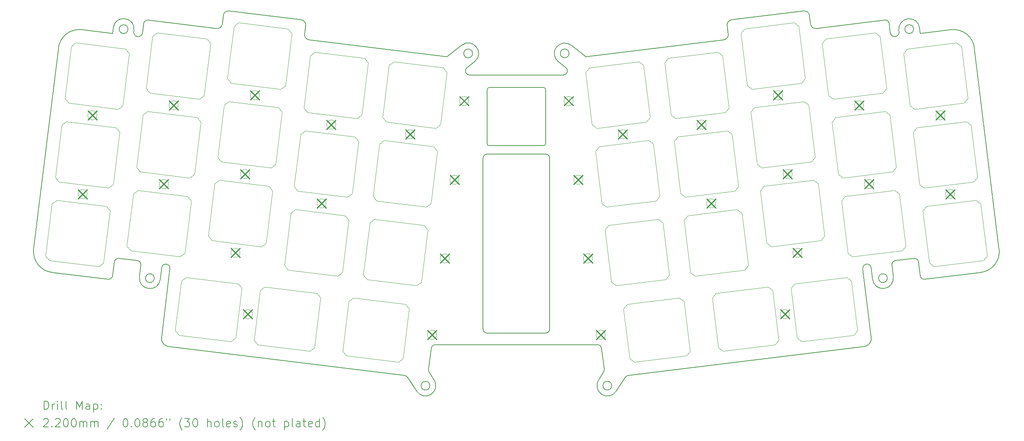
<source format=gbr>
%TF.GenerationSoftware,KiCad,Pcbnew,7.0.10-7.0.10~ubuntu23.04.1*%
%TF.CreationDate,Date%
%TF.ProjectId,plate_3_thumbs,706c6174-655f-4335-9f74-68756d62732e,v0.1*%
%TF.SameCoordinates,PX166f693PY93d1cc0*%
%TF.FileFunction,Drillmap*%
%TF.FilePolarity,Positive*%
%FSLAX45Y45*%
G04 Gerber Fmt 4.5, Leading zero omitted, Abs format (unit mm)*
G04 Created by KiCad*
%MOMM*%
%LPD*%
G01*
G04 APERTURE LIST*
%ADD10C,0.200000*%
%ADD11C,0.050000*%
%ADD12C,0.220000*%
G04 APERTURE END LIST*
D10*
X7768292Y-5899563D02*
X9505248Y-6112834D01*
X13000263Y-6996607D02*
X13352501Y-6720889D01*
X24349350Y-12254164D02*
G75*
G03*
X24460788Y-12341232I99260J12194D01*
G01*
X17344395Y-14654494D02*
X23002554Y-13959760D01*
X15313947Y-9135806D02*
X14013947Y-9135806D01*
X5019723Y-11927357D02*
X4979547Y-12254570D01*
X3086355Y-11619111D02*
G75*
G03*
X3521694Y-12176319I496255J-60949D01*
G01*
X13660987Y-7114385D02*
G75*
G03*
X13352501Y-6720889I-154247J196745D01*
G01*
X16636342Y-14759971D02*
G75*
G03*
X17055221Y-15032984I209438J-136509D01*
G01*
X13611743Y-6917636D02*
G75*
G03*
X13401743Y-6917636I-105000J0D01*
G01*
X13401743Y-6917636D02*
G75*
G03*
X13611743Y-6917636I105000J0D01*
G01*
X5131165Y-11840286D02*
G75*
G03*
X5019723Y-11927357I-12195J-99244D01*
G01*
X6155813Y-12066852D02*
X6121562Y-12345799D01*
X12273674Y-15033392D02*
X12056088Y-14699552D01*
X5574672Y-6512416D02*
X5582675Y-6513399D01*
X25807199Y-12175911D02*
G75*
G03*
X26242538Y-11618705I-60919J496261D01*
G01*
X9609729Y-6246564D02*
X9583984Y-6456240D01*
X23002554Y-13959759D02*
G75*
G03*
X23176689Y-13736877I-24374J198509D01*
G01*
X12720579Y-13914990D02*
X16608264Y-13914636D01*
X24349347Y-12254164D02*
X24309170Y-11926951D01*
X5487603Y-6400975D02*
G75*
G03*
X5574672Y-6512416I99257J-12185D01*
G01*
X6152205Y-13737283D02*
X6354315Y-12091221D01*
X5659546Y-12005918D02*
G75*
G03*
X5572472Y-11894475I-99266J12178D01*
G01*
X5625289Y-12284864D02*
X5659540Y-12005917D01*
X21720071Y-6213315D02*
G75*
G03*
X21853807Y-6317795I119129J14655D01*
G01*
X6326340Y-13960166D02*
X11984498Y-14654900D01*
X24335684Y-6303549D02*
G75*
G03*
X23836896Y-6364792I-249394J-30621D01*
G01*
X23207331Y-12345393D02*
X23173081Y-12066446D01*
X7475087Y-6318200D02*
G75*
G03*
X7608817Y-6213720I14613J119120D01*
G01*
X19640428Y-6589563D02*
G75*
G03*
X19744910Y-6455834I-14608J119093D01*
G01*
X23207335Y-12345393D02*
G75*
G03*
X23703604Y-12284458I248135J30463D01*
G01*
X14013947Y-7735806D02*
X15313947Y-7735806D01*
X9583985Y-6456240D02*
G75*
G03*
X9688465Y-6589969I119085J-14640D01*
G01*
X13477932Y-7257363D02*
G75*
G03*
X13539500Y-7436170I61558J-78807D01*
G01*
X9609728Y-6246564D02*
G75*
G03*
X9505248Y-6112834I-119118J14614D01*
G01*
X25648849Y-6783501D02*
X26242538Y-11618705D01*
X15927151Y-6917230D02*
G75*
G03*
X15717151Y-6917230I-105000J0D01*
G01*
X15717151Y-6917230D02*
G75*
G03*
X15927151Y-6917230I105000J0D01*
G01*
X15464069Y-9434813D02*
X15464069Y-13534813D01*
X13539500Y-7436170D02*
X15789529Y-7435847D01*
X24352305Y-6438942D02*
X25091641Y-6348163D01*
X15364069Y-13634813D02*
X13964069Y-13634813D01*
X13660985Y-7114383D02*
X13477930Y-7257360D01*
X5491997Y-6365198D02*
G75*
G03*
X4993213Y-6303955I-249392J30621D01*
G01*
X21853807Y-6317795D02*
X23495992Y-6116160D01*
X5625289Y-12284864D02*
G75*
G03*
X6121562Y-12345799I248137J-30467D01*
G01*
X16170920Y-6872985D02*
X16328630Y-6996201D01*
X4237252Y-6348569D02*
X4976589Y-6439348D01*
X5832901Y-6116571D02*
G75*
G03*
X5721460Y-6203634I-12191J-99249D01*
G01*
X12720579Y-13914988D02*
G75*
G03*
X12621475Y-14001701I11J-100002D01*
G01*
X23756422Y-11894072D02*
G75*
G03*
X23669354Y-12005511I12178J-99248D01*
G01*
X15976392Y-6720482D02*
X16170920Y-6872985D01*
X4237252Y-6348570D02*
G75*
G03*
X3680044Y-6783907I-60922J-496290D01*
G01*
X13864077Y-13534813D02*
G75*
G03*
X13964069Y-13634813I100023J23D01*
G01*
X19744910Y-6455834D02*
X19719165Y-6246158D01*
X23669354Y-12005511D02*
X23703604Y-12284458D01*
X23560468Y-12314926D02*
G75*
G03*
X23350468Y-12314926I-105000J0D01*
G01*
X23350468Y-12314926D02*
G75*
G03*
X23560468Y-12314926I105000J0D01*
G01*
X5832902Y-6116566D02*
X7475087Y-6318201D01*
X15363954Y-7785806D02*
G75*
G03*
X15313947Y-7735806I-50004J-4D01*
G01*
X25807199Y-12175913D02*
X24460788Y-12341232D01*
X23607431Y-6203228D02*
G75*
G03*
X23495992Y-6116160I-99251J-12182D01*
G01*
X17272806Y-14699146D02*
X17055220Y-15032986D01*
X15363947Y-7785806D02*
X15363947Y-9085806D01*
X4868105Y-12341637D02*
G75*
G03*
X4979547Y-12254570I12185J99257D01*
G01*
X5582675Y-6513397D02*
G75*
G03*
X5694116Y-6426331I12185J99257D01*
G01*
X16707385Y-14001340D02*
X16774719Y-14503251D01*
X23634779Y-6425925D02*
G75*
G03*
X23746219Y-6512993I99261J12195D01*
G01*
X13964069Y-9334813D02*
X15364069Y-9334813D01*
X16707385Y-14001340D02*
G75*
G03*
X16608264Y-13914636I-99115J-13300D01*
G01*
X19823646Y-6112429D02*
X21560602Y-5899157D01*
X12588114Y-14896882D02*
G75*
G03*
X12378114Y-14896882I-105000J0D01*
G01*
X12378114Y-14896882D02*
G75*
G03*
X12588114Y-14896882I105000J0D01*
G01*
X24191288Y-6334171D02*
G75*
G03*
X23981288Y-6334171I-105000J0D01*
G01*
X23981288Y-6334171D02*
G75*
G03*
X24191288Y-6334171I105000J0D01*
G01*
X23836896Y-6364792D02*
X23841289Y-6400569D01*
X23607433Y-6203228D02*
X23634777Y-6425925D01*
X13964069Y-9334809D02*
G75*
G03*
X13864069Y-9434813I1J-100001D01*
G01*
X25648854Y-6783501D02*
G75*
G03*
X25091641Y-6348163I-496284J-60949D01*
G01*
X12273673Y-15033389D02*
G75*
G03*
X12692555Y-14760375I209444J136503D01*
G01*
X9688465Y-6589970D02*
X13000263Y-6996607D01*
X16328630Y-6996201D02*
X19640428Y-6589564D01*
X15313947Y-9135807D02*
G75*
G03*
X15363947Y-9085806I3J49997D01*
G01*
X24309168Y-11926952D02*
G75*
G03*
X24197729Y-11839884I-99248J-12178D01*
G01*
X15464067Y-9434813D02*
G75*
G03*
X15364069Y-9334813I-99997J3D01*
G01*
X16636338Y-14759969D02*
X16759388Y-14571135D01*
X15976392Y-6720483D02*
G75*
G03*
X15667909Y-7113977I-154242J-196747D01*
G01*
X13963947Y-9085806D02*
X13963947Y-7785806D01*
X15789529Y-7435849D02*
G75*
G03*
X15851070Y-7257038I-9J99999D01*
G01*
X16950780Y-14896476D02*
G75*
G03*
X16740779Y-14896476I-105000J0D01*
G01*
X16740779Y-14896476D02*
G75*
G03*
X16950780Y-14896476I105000J0D01*
G01*
X4868105Y-12341638D02*
X3521694Y-12176319D01*
X23756422Y-11894069D02*
X24197729Y-11839884D01*
X5131165Y-11840290D02*
X5572472Y-11894475D01*
X12554177Y-14503658D02*
G75*
G03*
X12569505Y-14571541I99113J-13292D01*
G01*
X12569505Y-14571541D02*
X12692555Y-14760375D01*
X5487605Y-6400975D02*
X5491997Y-6365198D01*
X17344396Y-14654496D02*
G75*
G03*
X17272806Y-14699146I12184J-99254D01*
G01*
X21694332Y-6003638D02*
X21720076Y-6213314D01*
X23173082Y-12066442D02*
G75*
G03*
X22974578Y-12090815I-99252J-12188D01*
G01*
X24352260Y-6438580D02*
X24335681Y-6303549D01*
X16759388Y-14571135D02*
G75*
G03*
X16774719Y-14503251I-83778J54595D01*
G01*
X6152205Y-13737283D02*
G75*
G03*
X6326340Y-13960166I198505J-24377D01*
G01*
X13864069Y-13534813D02*
X13864069Y-9434813D01*
X19823646Y-6112427D02*
G75*
G03*
X19719165Y-6246158I14634J-119113D01*
G01*
X23746219Y-6512993D02*
X23754221Y-6512010D01*
X7608817Y-6213720D02*
X7634562Y-6004044D01*
X5978426Y-12315332D02*
G75*
G03*
X5768426Y-12315332I-105000J0D01*
G01*
X5768426Y-12315332D02*
G75*
G03*
X5978426Y-12315332I105000J0D01*
G01*
X12554174Y-14503657D02*
X12621475Y-14001701D01*
X5694116Y-6426331D02*
X5721460Y-6203634D01*
X12056089Y-14699551D02*
G75*
G03*
X11984498Y-14654900I-83779J-54609D01*
G01*
X15851070Y-7257038D02*
X15667909Y-7113977D01*
X13963954Y-9085806D02*
G75*
G03*
X14013947Y-9135806I49996J-4D01*
G01*
X5347605Y-6334577D02*
G75*
G03*
X5137605Y-6334577I-105000J0D01*
G01*
X5137605Y-6334577D02*
G75*
G03*
X5347605Y-6334577I105000J0D01*
G01*
X15364069Y-13634819D02*
G75*
G03*
X15464069Y-13534813I-9J100009D01*
G01*
X14013947Y-7735807D02*
G75*
G03*
X13963947Y-7785806I3J-50003D01*
G01*
X3086356Y-11619111D02*
X3680044Y-6783907D01*
X4993213Y-6303955D02*
X4976633Y-6438986D01*
X21694340Y-6003637D02*
G75*
G03*
X21560602Y-5899157I-119120J-14643D01*
G01*
X23754221Y-6512008D02*
G75*
G03*
X23841289Y-6400569I-12191J99258D01*
G01*
X22974578Y-12090815D02*
X23176689Y-13736877D01*
X6354308Y-12091220D02*
G75*
G03*
X6155813Y-12066848I-99248J12180D01*
G01*
X7768292Y-5899557D02*
G75*
G03*
X7634562Y-6004044I-14603J-119133D01*
G01*
D11*
X19960333Y-10667365D02*
X18769278Y-10813608D01*
X19960333Y-10667365D02*
X20071774Y-10754433D01*
X18682210Y-10925050D02*
X18769278Y-10813608D01*
X18682210Y-10925050D02*
X18835765Y-12175658D01*
X20225330Y-12005041D02*
X20071774Y-10754433D01*
X18835765Y-12175658D02*
X18947207Y-12262726D01*
X20138262Y-12116482D02*
X20225330Y-12005041D01*
X18947207Y-12262726D02*
X20138262Y-12116482D01*
X16796080Y-13675067D02*
G75*
G03*
X16576080Y-13675067I-110000J0D01*
G01*
X16576080Y-13675067D02*
G75*
G03*
X16796080Y-13675067I110000J0D01*
G01*
X21793093Y-9962504D02*
X20602038Y-10108747D01*
X21793093Y-9962504D02*
X21904535Y-10049572D01*
X20514970Y-10220189D02*
X20602038Y-10108747D01*
X20514970Y-10220189D02*
X20668525Y-11470797D01*
X22058090Y-11300180D02*
X21904535Y-10049572D01*
X20668525Y-11470797D02*
X20779967Y-11557864D01*
X21971022Y-11411621D02*
X22058090Y-11300180D01*
X20779967Y-11557864D02*
X21971022Y-11411621D01*
X11544755Y-8567043D02*
X12735810Y-8713286D01*
X11544755Y-8567043D02*
X11457687Y-8455601D01*
X12847252Y-8626218D02*
X12735810Y-8713286D01*
X12847252Y-8626218D02*
X13000807Y-7375610D01*
X11611243Y-7204993D02*
X11457687Y-8455601D01*
X13000807Y-7375610D02*
X12913739Y-7264169D01*
X11722684Y-7117925D02*
X11611243Y-7204993D01*
X12913739Y-7264169D02*
X11722684Y-7117925D01*
X11312594Y-10457843D02*
X12503649Y-10604086D01*
X11312594Y-10457843D02*
X11225526Y-10346402D01*
X12615091Y-10517019D02*
X12503649Y-10604086D01*
X12615091Y-10517019D02*
X12768646Y-9266411D01*
X11379081Y-9095794D02*
X11225526Y-10346402D01*
X12768646Y-9266411D02*
X12681578Y-9154969D01*
X11490523Y-9008726D02*
X11379081Y-9095794D01*
X12681578Y-9154969D02*
X11490523Y-9008726D01*
X23741934Y-10203043D02*
X22550878Y-10349286D01*
X23741934Y-10203043D02*
X23853375Y-10290111D01*
X22463811Y-10460728D02*
X22550878Y-10349286D01*
X22463811Y-10460728D02*
X22617366Y-11711336D01*
X24006931Y-11540719D02*
X23853375Y-10290111D01*
X22617366Y-11711336D02*
X22728808Y-11798403D01*
X23919863Y-11652160D02*
X24006931Y-11540719D01*
X22728808Y-11798403D02*
X23919863Y-11652160D01*
X16026897Y-8060706D02*
G75*
G03*
X15806897Y-8060706I-110000J0D01*
G01*
X15806897Y-8060706D02*
G75*
G03*
X16026897Y-8060706I110000J0D01*
G01*
X23509773Y-8312242D02*
X22318717Y-8458486D01*
X23509773Y-8312242D02*
X23621214Y-8399310D01*
X22231650Y-8569927D02*
X22318717Y-8458486D01*
X22231650Y-8569927D02*
X22385205Y-9820535D01*
X23774770Y-9649918D02*
X23621214Y-8399310D01*
X22385205Y-9820535D02*
X22496646Y-9907603D01*
X23687702Y-9761360D02*
X23774770Y-9649918D01*
X22496646Y-9907603D02*
X23687702Y-9761360D01*
X12751814Y-13675067D02*
G75*
G03*
X12531814Y-13675067I-110000J0D01*
G01*
X12531814Y-13675067D02*
G75*
G03*
X12751814Y-13675067I110000J0D01*
G01*
X21251751Y-12559082D02*
X21397995Y-13750137D01*
X21251751Y-12559082D02*
X21338819Y-12447640D01*
X21509436Y-13837205D02*
X21397995Y-13750137D01*
X21509436Y-13837205D02*
X22760044Y-13683649D01*
X22589427Y-12294085D02*
X21338819Y-12447640D01*
X22760044Y-13683649D02*
X22847112Y-13572208D01*
X22700869Y-12381152D02*
X22589427Y-12294085D01*
X22847112Y-13572208D02*
X22700869Y-12381152D01*
X8333863Y-13181725D02*
G75*
G03*
X8113863Y-13181725I-110000J0D01*
G01*
X8113863Y-13181725D02*
G75*
G03*
X8333863Y-13181725I110000J0D01*
G01*
X8267445Y-9814784D02*
G75*
G03*
X8047445Y-9814784I-110000J0D01*
G01*
X8047445Y-9814784D02*
G75*
G03*
X8267445Y-9814784I110000J0D01*
G01*
X23228673Y-10055405D02*
G75*
G03*
X23008673Y-10055405I-110000J0D01*
G01*
X23008673Y-10055405D02*
G75*
G03*
X23228673Y-10055405I110000J0D01*
G01*
X13056675Y-11842307D02*
G75*
G03*
X12836675Y-11842307I-110000J0D01*
G01*
X12836675Y-11842307D02*
G75*
G03*
X13056675Y-11842307I110000J0D01*
G01*
X5408032Y-11652160D02*
X6599087Y-11798403D01*
X5408032Y-11652160D02*
X5320964Y-11540719D01*
X6710528Y-11711336D02*
X6599087Y-11798403D01*
X6710528Y-11711336D02*
X6864084Y-10460728D01*
X5474519Y-10290111D02*
X5320964Y-11540719D01*
X6864084Y-10460728D02*
X6777016Y-10349286D01*
X5585961Y-10203043D02*
X5474519Y-10290111D01*
X6777016Y-10349286D02*
X5585961Y-10203043D01*
X18069533Y-10899526D02*
X16878477Y-11045769D01*
X18069533Y-10899526D02*
X18180974Y-10986594D01*
X16791409Y-11157211D02*
X16878477Y-11045769D01*
X16791409Y-11157211D02*
X16944965Y-12407819D01*
X18334529Y-12237202D02*
X18180974Y-10986594D01*
X16944965Y-12407819D02*
X17056406Y-12494887D01*
X18247462Y-12348644D02*
X18334529Y-12237202D01*
X17056406Y-12494887D02*
X18247462Y-12348644D01*
X9653955Y-8334882D02*
X10845010Y-8481125D01*
X9653955Y-8334882D02*
X9566887Y-8223440D01*
X10956451Y-8394057D02*
X10845010Y-8481125D01*
X10956451Y-8394057D02*
X11110007Y-7143449D01*
X9720442Y-6972832D02*
X9566887Y-8223440D01*
X11110007Y-7143449D02*
X11022939Y-7032007D01*
X9831884Y-6885764D02*
X9720442Y-6972832D01*
X11022939Y-7032007D02*
X9831884Y-6885764D01*
X10644977Y-12874494D02*
X10498734Y-14065550D01*
X10644977Y-12874494D02*
X10756418Y-12787427D01*
X10585801Y-14176991D02*
X10498734Y-14065550D01*
X10585801Y-14176991D02*
X11836409Y-14330547D01*
X12007026Y-12940982D02*
X10756418Y-12787427D01*
X11836409Y-14330547D02*
X11947851Y-14243479D01*
X12094094Y-13052424D02*
X12007026Y-12940982D01*
X11947851Y-14243479D02*
X12094094Y-13052424D01*
X4370380Y-10295944D02*
G75*
G03*
X4150380Y-10295944I-110000J0D01*
G01*
X4150380Y-10295944D02*
G75*
G03*
X4370380Y-10295944I110000J0D01*
G01*
X24945352Y-8405144D02*
G75*
G03*
X24725352Y-8405144I-110000J0D01*
G01*
X24725352Y-8405144D02*
G75*
G03*
X24945352Y-8405144I110000J0D01*
G01*
X11080433Y-12348644D02*
X12271488Y-12494887D01*
X11080433Y-12348644D02*
X10993365Y-12237202D01*
X12382930Y-12407819D02*
X12271488Y-12494887D01*
X12382930Y-12407819D02*
X12536485Y-11157211D01*
X11146920Y-10986594D02*
X10993365Y-12237202D01*
X12536485Y-11157211D02*
X12449417Y-11045769D01*
X11258362Y-10899526D02*
X11146920Y-10986594D01*
X12449417Y-11045769D02*
X11258362Y-10899526D01*
X21047672Y-7924065D02*
G75*
G03*
X20827672Y-7924065I-110000J0D01*
G01*
X20827672Y-7924065D02*
G75*
G03*
X21047672Y-7924065I110000J0D01*
G01*
X3691352Y-10001899D02*
X4882407Y-10148142D01*
X3691352Y-10001899D02*
X3604284Y-9890457D01*
X4993849Y-10061074D02*
X4882407Y-10148142D01*
X4993849Y-10061074D02*
X5147404Y-8810466D01*
X3757840Y-8639849D02*
X3604284Y-9890457D01*
X5147404Y-8810466D02*
X5060337Y-8699025D01*
X3869281Y-8552782D02*
X3757840Y-8639849D01*
X5060337Y-8699025D02*
X3869281Y-8552782D01*
X16491219Y-11842307D02*
G75*
G03*
X16271219Y-11842307I-110000J0D01*
G01*
X16271219Y-11842307D02*
G75*
G03*
X16491219Y-11842307I110000J0D01*
G01*
X23277612Y-6421442D02*
X22086556Y-6567685D01*
X23277612Y-6421442D02*
X23389053Y-6508510D01*
X21999489Y-6679127D02*
X22086556Y-6567685D01*
X21999489Y-6679127D02*
X22153044Y-7929735D01*
X23542608Y-7759118D02*
X23389053Y-6508510D01*
X22153044Y-7929735D02*
X22264485Y-8016803D01*
X23455541Y-7870559D02*
X23542608Y-7759118D01*
X22264485Y-8016803D02*
X23455541Y-7870559D01*
X25226452Y-6661981D02*
X24035397Y-6808224D01*
X25226452Y-6661981D02*
X25337894Y-6749049D01*
X23948329Y-6919666D02*
X24035397Y-6808224D01*
X23948329Y-6919666D02*
X24101885Y-8170274D01*
X25491449Y-7999657D02*
X25337894Y-6749049D01*
X24101885Y-8170274D02*
X24213326Y-8257342D01*
X25404381Y-8111098D02*
X25491449Y-7999657D01*
X24213326Y-8257342D02*
X25404381Y-8111098D01*
X5640193Y-9761360D02*
X6831248Y-9907603D01*
X5640193Y-9761360D02*
X5553125Y-9649918D01*
X6942689Y-9820535D02*
X6831248Y-9907603D01*
X6942689Y-9820535D02*
X7096245Y-8569927D01*
X5706680Y-8399310D02*
X5553125Y-9649918D01*
X7096245Y-8569927D02*
X7009177Y-8458486D01*
X5818122Y-8312242D02*
X5706680Y-8399310D01*
X7009177Y-8458486D02*
X5818122Y-8312242D01*
X3923513Y-8111098D02*
X5114568Y-8257342D01*
X3923513Y-8111098D02*
X3836445Y-7999657D01*
X5226010Y-8170274D02*
X5114568Y-8257342D01*
X5226010Y-8170274D02*
X5379565Y-6919666D01*
X3990001Y-6749049D02*
X3836445Y-7999657D01*
X5379565Y-6919666D02*
X5292498Y-6808224D01*
X4101442Y-6661981D02*
X3990001Y-6749049D01*
X5292498Y-6808224D02*
X4101442Y-6661981D01*
X19214911Y-8628927D02*
G75*
G03*
X18994911Y-8628927I-110000J0D01*
G01*
X18994911Y-8628927D02*
G75*
G03*
X19214911Y-8628927I110000J0D01*
G01*
X6551382Y-8164604D02*
G75*
G03*
X6331382Y-8164604I-110000J0D01*
G01*
X6331382Y-8164604D02*
G75*
G03*
X6551382Y-8164604I110000J0D01*
G01*
X5872354Y-7870559D02*
X7063409Y-8016803D01*
X5872354Y-7870559D02*
X5785286Y-7759118D01*
X7174851Y-7929735D02*
X7063409Y-8016803D01*
X7174851Y-7929735D02*
X7328406Y-6679127D01*
X5938841Y-6508510D02*
X5785286Y-7759118D01*
X7328406Y-6679127D02*
X7241338Y-6567685D01*
X6050283Y-6421442D02*
X5938841Y-6508510D01*
X7241338Y-6567685D02*
X6050283Y-6421442D01*
X7589033Y-9520821D02*
X8780089Y-9667064D01*
X7589033Y-9520821D02*
X7501966Y-9409379D01*
X8891530Y-9579996D02*
X8780089Y-9667064D01*
X8891530Y-9579996D02*
X9045086Y-8329388D01*
X7655521Y-8158771D02*
X7501966Y-9409379D01*
X9045086Y-8329388D02*
X8958018Y-8217947D01*
X7766962Y-8071703D02*
X7655521Y-8158771D01*
X8958018Y-8217947D02*
X7766962Y-8071703D01*
X10100205Y-10519646D02*
G75*
G03*
X9880205Y-10519646I-110000J0D01*
G01*
X9880205Y-10519646D02*
G75*
G03*
X10100205Y-10519646I110000J0D01*
G01*
X25177514Y-10295944D02*
G75*
G03*
X24957514Y-10295944I-110000J0D01*
G01*
X24957514Y-10295944D02*
G75*
G03*
X25177514Y-10295944I110000J0D01*
G01*
X25690911Y-10443261D02*
X24499856Y-10589504D01*
X25690911Y-10443261D02*
X25802353Y-10530328D01*
X24412788Y-10700945D02*
X24499856Y-10589504D01*
X24412788Y-10700945D02*
X24566344Y-11951553D01*
X25955908Y-11780936D02*
X25802353Y-10530328D01*
X24566344Y-11951553D02*
X24677785Y-12038621D01*
X25868840Y-11892378D02*
X25955908Y-11780936D01*
X24677785Y-12038621D02*
X25868840Y-11892378D01*
X16259058Y-9951507D02*
G75*
G03*
X16039058Y-9951507I-110000J0D01*
G01*
X16039058Y-9951507D02*
G75*
G03*
X16259058Y-9951507I110000J0D01*
G01*
X8500223Y-7924065D02*
G75*
G03*
X8280223Y-7924065I-110000J0D01*
G01*
X8280223Y-7924065D02*
G75*
G03*
X8500223Y-7924065I110000J0D01*
G01*
X13520998Y-8060706D02*
G75*
G03*
X13300998Y-8060706I-110000J0D01*
G01*
X13300998Y-8060706D02*
G75*
G03*
X13520998Y-8060706I110000J0D01*
G01*
X8035284Y-11705585D02*
G75*
G03*
X7815284Y-11705585I-110000J0D01*
G01*
X7815284Y-11705585D02*
G75*
G03*
X8035284Y-11705585I110000J0D01*
G01*
X6627026Y-12381152D02*
X6480783Y-13572208D01*
X6627026Y-12381152D02*
X6738467Y-12294085D01*
X6567850Y-13683649D02*
X6480783Y-13572208D01*
X6567850Y-13683649D02*
X7818458Y-13837205D01*
X7989075Y-12447640D02*
X6738467Y-12294085D01*
X7818458Y-13837205D02*
X7929900Y-13750137D01*
X8076143Y-12559082D02*
X7989075Y-12447640D01*
X7929900Y-13750137D02*
X8076143Y-12559082D01*
X17324727Y-8861006D02*
G75*
G03*
X17104727Y-8861006I-110000J0D01*
G01*
X17104727Y-8861006D02*
G75*
G03*
X17324727Y-8861006I110000J0D01*
G01*
X10332983Y-8628927D02*
G75*
G03*
X10112983Y-8628927I-110000J0D01*
G01*
X10112983Y-8628927D02*
G75*
G03*
X10332983Y-8628927I110000J0D01*
G01*
X19360951Y-12791242D02*
X19507194Y-13982298D01*
X19360951Y-12791242D02*
X19448019Y-12679801D01*
X19618636Y-14069366D02*
X19507194Y-13982298D01*
X19618636Y-14069366D02*
X20869244Y-13915810D01*
X20698627Y-12526246D02*
X19448019Y-12679801D01*
X20869244Y-13915810D02*
X20956311Y-13804369D01*
X20810068Y-12613313D02*
X20698627Y-12526246D01*
X20956311Y-13804369D02*
X20810068Y-12613313D01*
X3459808Y-11892781D02*
X4650863Y-12039024D01*
X3459808Y-11892781D02*
X3372740Y-11781340D01*
X4762305Y-11951957D02*
X4650863Y-12039024D01*
X4762305Y-11951957D02*
X4915860Y-10701349D01*
X3526295Y-10530732D02*
X3372740Y-11781340D01*
X4915860Y-10701349D02*
X4828792Y-10589907D01*
X3637737Y-10443664D02*
X3526295Y-10530732D01*
X4828792Y-10589907D02*
X3637737Y-10443664D01*
X21512610Y-11705584D02*
G75*
G03*
X21292610Y-11705584I-110000J0D01*
G01*
X21292610Y-11705584D02*
G75*
G03*
X21512610Y-11705584I110000J0D01*
G01*
X22996512Y-8164604D02*
G75*
G03*
X22776512Y-8164604I-110000J0D01*
G01*
X22776512Y-8164604D02*
G75*
G03*
X22996512Y-8164604I110000J0D01*
G01*
X9189632Y-12116482D02*
X10380688Y-12262726D01*
X9189632Y-12116482D02*
X9102565Y-12005041D01*
X10492129Y-12175658D02*
X10380688Y-12262726D01*
X10492129Y-12175658D02*
X10645685Y-10925050D01*
X9256120Y-10754433D02*
X9102565Y-12005041D01*
X10645685Y-10925050D02*
X10558617Y-10813608D01*
X9367562Y-10667365D02*
X9256120Y-10754433D01*
X10558617Y-10813608D02*
X9367562Y-10667365D01*
X13288837Y-9951507D02*
G75*
G03*
X13068837Y-9951507I-110000J0D01*
G01*
X13068837Y-9951507D02*
G75*
G03*
X13288837Y-9951507I110000J0D01*
G01*
X7356872Y-11411621D02*
X8547928Y-11557864D01*
X7356872Y-11411621D02*
X7269804Y-11300180D01*
X8659369Y-11470797D02*
X8547928Y-11557864D01*
X8659369Y-11470797D02*
X8812925Y-10220189D01*
X7423360Y-10049572D02*
X7269804Y-11300180D01*
X8812925Y-10220189D02*
X8725857Y-10108747D01*
X7534801Y-9962504D02*
X7423360Y-10049572D01*
X8725857Y-10108747D02*
X7534801Y-9962504D01*
X25458613Y-8552782D02*
X24267558Y-8699025D01*
X25458613Y-8552782D02*
X25570055Y-8639849D01*
X24180490Y-8810466D02*
X24267558Y-8699025D01*
X24180490Y-8810466D02*
X24334046Y-10061074D01*
X25723610Y-9890457D02*
X25570055Y-8639849D01*
X24334046Y-10061074D02*
X24445487Y-10148142D01*
X25636543Y-10001899D02*
X25723610Y-9890457D01*
X24445487Y-10148142D02*
X25636543Y-10001899D01*
X8517826Y-12613313D02*
X8371583Y-13804369D01*
X8517826Y-12613313D02*
X8629268Y-12526246D01*
X8458651Y-13915810D02*
X8371583Y-13804369D01*
X8458651Y-13915810D02*
X9709259Y-14069366D01*
X9879876Y-12679801D02*
X8629268Y-12526246D01*
X9709259Y-14069366D02*
X9820701Y-13982298D01*
X9966944Y-12791242D02*
X9879876Y-12679801D01*
X9820701Y-13982298D02*
X9966944Y-12791242D01*
X17605210Y-7117925D02*
X16414155Y-7264169D01*
X17605210Y-7117925D02*
X17716652Y-7204993D01*
X16327087Y-7375610D02*
X16414155Y-7264169D01*
X16327087Y-7375610D02*
X16480643Y-8626218D01*
X17870207Y-8455601D02*
X17716652Y-7204993D01*
X16480643Y-8626218D02*
X16592084Y-8713286D01*
X17783140Y-8567043D02*
X17870207Y-8455601D01*
X16592084Y-8713286D02*
X17783140Y-8567043D01*
X19728172Y-8776565D02*
X18537116Y-8922808D01*
X19728172Y-8776565D02*
X19839613Y-8863632D01*
X18450049Y-9034250D02*
X18537116Y-8922808D01*
X18450049Y-9034250D02*
X18603604Y-10284858D01*
X19993169Y-10114241D02*
X19839613Y-8863632D01*
X18603604Y-10284858D02*
X18715046Y-10371925D01*
X19906101Y-10225682D02*
X19993169Y-10114241D01*
X18715046Y-10371925D02*
X19906101Y-10225682D01*
X17233800Y-13052424D02*
X17380044Y-14243479D01*
X17233800Y-13052424D02*
X17320868Y-12940982D01*
X17491485Y-14330547D02*
X17380044Y-14243479D01*
X17491485Y-14330547D02*
X18742093Y-14176991D01*
X18571476Y-12787427D02*
X17320868Y-12940982D01*
X18742093Y-14176991D02*
X18829161Y-14065550D01*
X18682918Y-12874494D02*
X18571476Y-12787427D01*
X18829161Y-14065550D02*
X18682918Y-12874494D01*
X17837371Y-9008726D02*
X16646316Y-9154969D01*
X17837371Y-9008726D02*
X17948813Y-9095794D01*
X16559248Y-9266411D02*
X16646316Y-9154969D01*
X16559248Y-9266411D02*
X16712804Y-10517019D01*
X18102368Y-10346402D02*
X17948813Y-9095794D01*
X16712804Y-10517019D02*
X16824245Y-10604086D01*
X18015301Y-10457843D02*
X18102368Y-10346402D01*
X16824245Y-10604086D02*
X18015301Y-10457843D01*
X19447689Y-10519645D02*
G75*
G03*
X19227689Y-10519645I-110000J0D01*
G01*
X19227689Y-10519645D02*
G75*
G03*
X19447689Y-10519645I110000J0D01*
G01*
X4602542Y-8405144D02*
G75*
G03*
X4382542Y-8405144I-110000J0D01*
G01*
X4382542Y-8405144D02*
G75*
G03*
X4602542Y-8405144I110000J0D01*
G01*
X21328771Y-6180903D02*
X20137716Y-6327146D01*
X21328771Y-6180903D02*
X21440212Y-6267971D01*
X20050648Y-6438588D02*
X20137716Y-6327146D01*
X20050648Y-6438588D02*
X20204203Y-7689196D01*
X21593768Y-7518579D02*
X21440212Y-6267971D01*
X20204203Y-7689196D02*
X20315645Y-7776264D01*
X21506700Y-7630020D02*
X21593768Y-7518579D01*
X20315645Y-7776264D02*
X21506700Y-7630020D01*
X21280449Y-9814784D02*
G75*
G03*
X21060449Y-9814784I-110000J0D01*
G01*
X21060449Y-9814784D02*
G75*
G03*
X21280449Y-9814784I110000J0D01*
G01*
X19496011Y-6885764D02*
X18304955Y-7032007D01*
X19496011Y-6885764D02*
X19607452Y-6972832D01*
X18217888Y-7143449D02*
X18304955Y-7032007D01*
X18217888Y-7143449D02*
X18371443Y-8394057D01*
X19761008Y-8223440D02*
X19607452Y-6972832D01*
X18371443Y-8394057D02*
X18482885Y-8481125D01*
X19673940Y-8334882D02*
X19761008Y-8223440D01*
X18482885Y-8481125D02*
X19673940Y-8334882D01*
X12223167Y-8861006D02*
G75*
G03*
X12003167Y-8861006I-110000J0D01*
G01*
X12003167Y-8861006D02*
G75*
G03*
X12223167Y-8861006I110000J0D01*
G01*
X6319221Y-10055405D02*
G75*
G03*
X6099221Y-10055405I-110000J0D01*
G01*
X6099221Y-10055405D02*
G75*
G03*
X6319221Y-10055405I110000J0D01*
G01*
X21214031Y-13181725D02*
G75*
G03*
X20994031Y-13181725I-110000J0D01*
G01*
X20994031Y-13181725D02*
G75*
G03*
X21214031Y-13181725I110000J0D01*
G01*
X7821194Y-7630020D02*
X9012250Y-7776264D01*
X7821194Y-7630020D02*
X7734127Y-7518579D01*
X9123691Y-7689196D02*
X9012250Y-7776264D01*
X9123691Y-7689196D02*
X9277247Y-6438588D01*
X7887682Y-6267971D02*
X7734127Y-7518579D01*
X9277247Y-6438588D02*
X9190179Y-6327146D01*
X7999124Y-6180903D02*
X7887682Y-6267971D01*
X9190179Y-6327146D02*
X7999124Y-6180903D01*
X9421793Y-10225682D02*
X10612849Y-10371925D01*
X9421793Y-10225682D02*
X9334726Y-10114241D01*
X10724290Y-10284858D02*
X10612849Y-10371925D01*
X10724290Y-10284858D02*
X10877846Y-9034250D01*
X9488281Y-8863632D02*
X9334726Y-10114241D01*
X10877846Y-9034250D02*
X10790778Y-8922808D01*
X9599723Y-8776565D02*
X9488281Y-8863632D01*
X10790778Y-8922808D02*
X9599723Y-8776565D01*
X21560932Y-8071703D02*
X20369877Y-8217947D01*
X21560932Y-8071703D02*
X21672374Y-8158771D01*
X20282809Y-8329388D02*
X20369877Y-8217947D01*
X20282809Y-8329388D02*
X20436364Y-9579996D01*
X21825929Y-9409379D02*
X21672374Y-8158771D01*
X20436364Y-9579996D02*
X20547806Y-9667064D01*
X21738861Y-9520821D02*
X21825929Y-9409379D01*
X20547806Y-9667064D02*
X21738861Y-9520821D01*
D10*
D12*
X4150380Y-10185944D02*
X4370380Y-10405944D01*
X4370380Y-10185944D02*
X4150380Y-10405944D01*
X4382542Y-8295144D02*
X4602542Y-8515144D01*
X4602542Y-8295144D02*
X4382542Y-8515144D01*
X6099221Y-9945405D02*
X6319221Y-10165405D01*
X6319221Y-9945405D02*
X6099221Y-10165405D01*
X6331382Y-8054604D02*
X6551382Y-8274604D01*
X6551382Y-8054604D02*
X6331382Y-8274604D01*
X7815284Y-11595585D02*
X8035284Y-11815585D01*
X8035284Y-11595585D02*
X7815284Y-11815585D01*
X8047445Y-9704784D02*
X8267445Y-9924784D01*
X8267445Y-9704784D02*
X8047445Y-9924784D01*
X8113863Y-13071725D02*
X8333863Y-13291725D01*
X8333863Y-13071725D02*
X8113863Y-13291725D01*
X8280223Y-7814065D02*
X8500223Y-8034065D01*
X8500223Y-7814065D02*
X8280223Y-8034065D01*
X9880205Y-10409646D02*
X10100205Y-10629646D01*
X10100205Y-10409646D02*
X9880205Y-10629646D01*
X10112983Y-8518927D02*
X10332983Y-8738927D01*
X10332983Y-8518927D02*
X10112983Y-8738927D01*
X12003167Y-8751006D02*
X12223167Y-8971006D01*
X12223167Y-8751006D02*
X12003167Y-8971006D01*
X12531814Y-13565067D02*
X12751814Y-13785067D01*
X12751814Y-13565067D02*
X12531814Y-13785067D01*
X12836675Y-11732307D02*
X13056675Y-11952307D01*
X13056675Y-11732307D02*
X12836675Y-11952307D01*
X13068837Y-9841507D02*
X13288837Y-10061507D01*
X13288837Y-9841507D02*
X13068837Y-10061507D01*
X13300998Y-7950706D02*
X13520998Y-8170706D01*
X13520998Y-7950706D02*
X13300998Y-8170706D01*
X15806897Y-7950706D02*
X16026897Y-8170706D01*
X16026897Y-7950706D02*
X15806897Y-8170706D01*
X16039058Y-9841507D02*
X16259058Y-10061507D01*
X16259058Y-9841507D02*
X16039058Y-10061507D01*
X16271219Y-11732307D02*
X16491219Y-11952307D01*
X16491219Y-11732307D02*
X16271219Y-11952307D01*
X16576080Y-13565067D02*
X16796080Y-13785067D01*
X16796080Y-13565067D02*
X16576080Y-13785067D01*
X17104727Y-8751006D02*
X17324727Y-8971006D01*
X17324727Y-8751006D02*
X17104727Y-8971006D01*
X18994911Y-8518927D02*
X19214911Y-8738927D01*
X19214911Y-8518927D02*
X18994911Y-8738927D01*
X19227689Y-10409645D02*
X19447689Y-10629645D01*
X19447689Y-10409645D02*
X19227689Y-10629645D01*
X20827672Y-7814065D02*
X21047672Y-8034065D01*
X21047672Y-7814065D02*
X20827672Y-8034065D01*
X20994031Y-13071725D02*
X21214031Y-13291725D01*
X21214031Y-13071725D02*
X20994031Y-13291725D01*
X21060449Y-9704784D02*
X21280449Y-9924784D01*
X21280449Y-9704784D02*
X21060449Y-9924784D01*
X21292610Y-11595584D02*
X21512610Y-11815584D01*
X21512610Y-11595584D02*
X21292610Y-11815584D01*
X22776512Y-8054604D02*
X22996512Y-8274604D01*
X22996512Y-8054604D02*
X22776512Y-8274604D01*
X23008673Y-9945405D02*
X23228673Y-10165405D01*
X23228673Y-9945405D02*
X23008673Y-10165405D01*
X24725352Y-8295143D02*
X24945352Y-8515144D01*
X24945352Y-8295143D02*
X24725352Y-8515144D01*
X24957514Y-10185944D02*
X25177514Y-10405944D01*
X25177514Y-10185944D02*
X24957514Y-10405944D01*
D10*
X3333403Y-15468369D02*
X3333403Y-15268369D01*
X3333403Y-15268369D02*
X3381022Y-15268369D01*
X3381022Y-15268369D02*
X3409593Y-15277893D01*
X3409593Y-15277893D02*
X3428641Y-15296941D01*
X3428641Y-15296941D02*
X3438165Y-15315988D01*
X3438165Y-15315988D02*
X3447689Y-15354084D01*
X3447689Y-15354084D02*
X3447689Y-15382655D01*
X3447689Y-15382655D02*
X3438165Y-15420750D01*
X3438165Y-15420750D02*
X3428641Y-15439798D01*
X3428641Y-15439798D02*
X3409593Y-15458846D01*
X3409593Y-15458846D02*
X3381022Y-15468369D01*
X3381022Y-15468369D02*
X3333403Y-15468369D01*
X3533403Y-15468369D02*
X3533403Y-15335036D01*
X3533403Y-15373131D02*
X3542927Y-15354084D01*
X3542927Y-15354084D02*
X3552450Y-15344560D01*
X3552450Y-15344560D02*
X3571498Y-15335036D01*
X3571498Y-15335036D02*
X3590546Y-15335036D01*
X3657212Y-15468369D02*
X3657212Y-15335036D01*
X3657212Y-15268369D02*
X3647689Y-15277893D01*
X3647689Y-15277893D02*
X3657212Y-15287417D01*
X3657212Y-15287417D02*
X3666736Y-15277893D01*
X3666736Y-15277893D02*
X3657212Y-15268369D01*
X3657212Y-15268369D02*
X3657212Y-15287417D01*
X3781022Y-15468369D02*
X3761974Y-15458846D01*
X3761974Y-15458846D02*
X3752450Y-15439798D01*
X3752450Y-15439798D02*
X3752450Y-15268369D01*
X3885784Y-15468369D02*
X3866736Y-15458846D01*
X3866736Y-15458846D02*
X3857212Y-15439798D01*
X3857212Y-15439798D02*
X3857212Y-15268369D01*
X4114355Y-15468369D02*
X4114355Y-15268369D01*
X4114355Y-15268369D02*
X4181022Y-15411227D01*
X4181022Y-15411227D02*
X4247689Y-15268369D01*
X4247689Y-15268369D02*
X4247689Y-15468369D01*
X4428641Y-15468369D02*
X4428641Y-15363608D01*
X4428641Y-15363608D02*
X4419117Y-15344560D01*
X4419117Y-15344560D02*
X4400070Y-15335036D01*
X4400070Y-15335036D02*
X4361974Y-15335036D01*
X4361974Y-15335036D02*
X4342927Y-15344560D01*
X4428641Y-15458846D02*
X4409593Y-15468369D01*
X4409593Y-15468369D02*
X4361974Y-15468369D01*
X4361974Y-15468369D02*
X4342927Y-15458846D01*
X4342927Y-15458846D02*
X4333403Y-15439798D01*
X4333403Y-15439798D02*
X4333403Y-15420750D01*
X4333403Y-15420750D02*
X4342927Y-15401703D01*
X4342927Y-15401703D02*
X4361974Y-15392179D01*
X4361974Y-15392179D02*
X4409593Y-15392179D01*
X4409593Y-15392179D02*
X4428641Y-15382655D01*
X4523879Y-15335036D02*
X4523879Y-15535036D01*
X4523879Y-15344560D02*
X4542927Y-15335036D01*
X4542927Y-15335036D02*
X4581022Y-15335036D01*
X4581022Y-15335036D02*
X4600070Y-15344560D01*
X4600070Y-15344560D02*
X4609593Y-15354084D01*
X4609593Y-15354084D02*
X4619117Y-15373131D01*
X4619117Y-15373131D02*
X4619117Y-15430274D01*
X4619117Y-15430274D02*
X4609593Y-15449322D01*
X4609593Y-15449322D02*
X4600070Y-15458846D01*
X4600070Y-15458846D02*
X4581022Y-15468369D01*
X4581022Y-15468369D02*
X4542927Y-15468369D01*
X4542927Y-15468369D02*
X4523879Y-15458846D01*
X4704832Y-15449322D02*
X4714355Y-15458846D01*
X4714355Y-15458846D02*
X4704832Y-15468369D01*
X4704832Y-15468369D02*
X4695308Y-15458846D01*
X4695308Y-15458846D02*
X4704832Y-15449322D01*
X4704832Y-15449322D02*
X4704832Y-15468369D01*
X4704832Y-15344560D02*
X4714355Y-15354084D01*
X4714355Y-15354084D02*
X4704832Y-15363608D01*
X4704832Y-15363608D02*
X4695308Y-15354084D01*
X4695308Y-15354084D02*
X4704832Y-15344560D01*
X4704832Y-15344560D02*
X4704832Y-15363608D01*
X2872626Y-15696886D02*
X3072626Y-15896886D01*
X3072626Y-15696886D02*
X2872626Y-15896886D01*
X3323879Y-15707417D02*
X3333403Y-15697893D01*
X3333403Y-15697893D02*
X3352450Y-15688369D01*
X3352450Y-15688369D02*
X3400070Y-15688369D01*
X3400070Y-15688369D02*
X3419117Y-15697893D01*
X3419117Y-15697893D02*
X3428641Y-15707417D01*
X3428641Y-15707417D02*
X3438165Y-15726465D01*
X3438165Y-15726465D02*
X3438165Y-15745512D01*
X3438165Y-15745512D02*
X3428641Y-15774084D01*
X3428641Y-15774084D02*
X3314355Y-15888369D01*
X3314355Y-15888369D02*
X3438165Y-15888369D01*
X3523879Y-15869322D02*
X3533403Y-15878846D01*
X3533403Y-15878846D02*
X3523879Y-15888369D01*
X3523879Y-15888369D02*
X3514355Y-15878846D01*
X3514355Y-15878846D02*
X3523879Y-15869322D01*
X3523879Y-15869322D02*
X3523879Y-15888369D01*
X3609593Y-15707417D02*
X3619117Y-15697893D01*
X3619117Y-15697893D02*
X3638165Y-15688369D01*
X3638165Y-15688369D02*
X3685784Y-15688369D01*
X3685784Y-15688369D02*
X3704831Y-15697893D01*
X3704831Y-15697893D02*
X3714355Y-15707417D01*
X3714355Y-15707417D02*
X3723879Y-15726465D01*
X3723879Y-15726465D02*
X3723879Y-15745512D01*
X3723879Y-15745512D02*
X3714355Y-15774084D01*
X3714355Y-15774084D02*
X3600070Y-15888369D01*
X3600070Y-15888369D02*
X3723879Y-15888369D01*
X3847689Y-15688369D02*
X3866736Y-15688369D01*
X3866736Y-15688369D02*
X3885784Y-15697893D01*
X3885784Y-15697893D02*
X3895308Y-15707417D01*
X3895308Y-15707417D02*
X3904831Y-15726465D01*
X3904831Y-15726465D02*
X3914355Y-15764560D01*
X3914355Y-15764560D02*
X3914355Y-15812179D01*
X3914355Y-15812179D02*
X3904831Y-15850274D01*
X3904831Y-15850274D02*
X3895308Y-15869322D01*
X3895308Y-15869322D02*
X3885784Y-15878846D01*
X3885784Y-15878846D02*
X3866736Y-15888369D01*
X3866736Y-15888369D02*
X3847689Y-15888369D01*
X3847689Y-15888369D02*
X3828641Y-15878846D01*
X3828641Y-15878846D02*
X3819117Y-15869322D01*
X3819117Y-15869322D02*
X3809593Y-15850274D01*
X3809593Y-15850274D02*
X3800070Y-15812179D01*
X3800070Y-15812179D02*
X3800070Y-15764560D01*
X3800070Y-15764560D02*
X3809593Y-15726465D01*
X3809593Y-15726465D02*
X3819117Y-15707417D01*
X3819117Y-15707417D02*
X3828641Y-15697893D01*
X3828641Y-15697893D02*
X3847689Y-15688369D01*
X4038165Y-15688369D02*
X4057212Y-15688369D01*
X4057212Y-15688369D02*
X4076260Y-15697893D01*
X4076260Y-15697893D02*
X4085784Y-15707417D01*
X4085784Y-15707417D02*
X4095308Y-15726465D01*
X4095308Y-15726465D02*
X4104831Y-15764560D01*
X4104831Y-15764560D02*
X4104831Y-15812179D01*
X4104831Y-15812179D02*
X4095308Y-15850274D01*
X4095308Y-15850274D02*
X4085784Y-15869322D01*
X4085784Y-15869322D02*
X4076260Y-15878846D01*
X4076260Y-15878846D02*
X4057212Y-15888369D01*
X4057212Y-15888369D02*
X4038165Y-15888369D01*
X4038165Y-15888369D02*
X4019117Y-15878846D01*
X4019117Y-15878846D02*
X4009593Y-15869322D01*
X4009593Y-15869322D02*
X4000070Y-15850274D01*
X4000070Y-15850274D02*
X3990546Y-15812179D01*
X3990546Y-15812179D02*
X3990546Y-15764560D01*
X3990546Y-15764560D02*
X4000070Y-15726465D01*
X4000070Y-15726465D02*
X4009593Y-15707417D01*
X4009593Y-15707417D02*
X4019117Y-15697893D01*
X4019117Y-15697893D02*
X4038165Y-15688369D01*
X4190546Y-15888369D02*
X4190546Y-15755036D01*
X4190546Y-15774084D02*
X4200070Y-15764560D01*
X4200070Y-15764560D02*
X4219117Y-15755036D01*
X4219117Y-15755036D02*
X4247689Y-15755036D01*
X4247689Y-15755036D02*
X4266736Y-15764560D01*
X4266736Y-15764560D02*
X4276260Y-15783608D01*
X4276260Y-15783608D02*
X4276260Y-15888369D01*
X4276260Y-15783608D02*
X4285784Y-15764560D01*
X4285784Y-15764560D02*
X4304832Y-15755036D01*
X4304832Y-15755036D02*
X4333403Y-15755036D01*
X4333403Y-15755036D02*
X4352451Y-15764560D01*
X4352451Y-15764560D02*
X4361974Y-15783608D01*
X4361974Y-15783608D02*
X4361974Y-15888369D01*
X4457213Y-15888369D02*
X4457213Y-15755036D01*
X4457213Y-15774084D02*
X4466736Y-15764560D01*
X4466736Y-15764560D02*
X4485784Y-15755036D01*
X4485784Y-15755036D02*
X4514355Y-15755036D01*
X4514355Y-15755036D02*
X4533403Y-15764560D01*
X4533403Y-15764560D02*
X4542927Y-15783608D01*
X4542927Y-15783608D02*
X4542927Y-15888369D01*
X4542927Y-15783608D02*
X4552451Y-15764560D01*
X4552451Y-15764560D02*
X4571498Y-15755036D01*
X4571498Y-15755036D02*
X4600070Y-15755036D01*
X4600070Y-15755036D02*
X4619117Y-15764560D01*
X4619117Y-15764560D02*
X4628641Y-15783608D01*
X4628641Y-15783608D02*
X4628641Y-15888369D01*
X5019117Y-15678846D02*
X4847689Y-15935988D01*
X5276260Y-15688369D02*
X5295308Y-15688369D01*
X5295308Y-15688369D02*
X5314356Y-15697893D01*
X5314356Y-15697893D02*
X5323879Y-15707417D01*
X5323879Y-15707417D02*
X5333403Y-15726465D01*
X5333403Y-15726465D02*
X5342927Y-15764560D01*
X5342927Y-15764560D02*
X5342927Y-15812179D01*
X5342927Y-15812179D02*
X5333403Y-15850274D01*
X5333403Y-15850274D02*
X5323879Y-15869322D01*
X5323879Y-15869322D02*
X5314356Y-15878846D01*
X5314356Y-15878846D02*
X5295308Y-15888369D01*
X5295308Y-15888369D02*
X5276260Y-15888369D01*
X5276260Y-15888369D02*
X5257213Y-15878846D01*
X5257213Y-15878846D02*
X5247689Y-15869322D01*
X5247689Y-15869322D02*
X5238165Y-15850274D01*
X5238165Y-15850274D02*
X5228641Y-15812179D01*
X5228641Y-15812179D02*
X5228641Y-15764560D01*
X5228641Y-15764560D02*
X5238165Y-15726465D01*
X5238165Y-15726465D02*
X5247689Y-15707417D01*
X5247689Y-15707417D02*
X5257213Y-15697893D01*
X5257213Y-15697893D02*
X5276260Y-15688369D01*
X5428641Y-15869322D02*
X5438165Y-15878846D01*
X5438165Y-15878846D02*
X5428641Y-15888369D01*
X5428641Y-15888369D02*
X5419117Y-15878846D01*
X5419117Y-15878846D02*
X5428641Y-15869322D01*
X5428641Y-15869322D02*
X5428641Y-15888369D01*
X5561975Y-15688369D02*
X5581022Y-15688369D01*
X5581022Y-15688369D02*
X5600070Y-15697893D01*
X5600070Y-15697893D02*
X5609594Y-15707417D01*
X5609594Y-15707417D02*
X5619117Y-15726465D01*
X5619117Y-15726465D02*
X5628641Y-15764560D01*
X5628641Y-15764560D02*
X5628641Y-15812179D01*
X5628641Y-15812179D02*
X5619117Y-15850274D01*
X5619117Y-15850274D02*
X5609594Y-15869322D01*
X5609594Y-15869322D02*
X5600070Y-15878846D01*
X5600070Y-15878846D02*
X5581022Y-15888369D01*
X5581022Y-15888369D02*
X5561975Y-15888369D01*
X5561975Y-15888369D02*
X5542927Y-15878846D01*
X5542927Y-15878846D02*
X5533403Y-15869322D01*
X5533403Y-15869322D02*
X5523879Y-15850274D01*
X5523879Y-15850274D02*
X5514356Y-15812179D01*
X5514356Y-15812179D02*
X5514356Y-15764560D01*
X5514356Y-15764560D02*
X5523879Y-15726465D01*
X5523879Y-15726465D02*
X5533403Y-15707417D01*
X5533403Y-15707417D02*
X5542927Y-15697893D01*
X5542927Y-15697893D02*
X5561975Y-15688369D01*
X5742927Y-15774084D02*
X5723879Y-15764560D01*
X5723879Y-15764560D02*
X5714355Y-15755036D01*
X5714355Y-15755036D02*
X5704832Y-15735988D01*
X5704832Y-15735988D02*
X5704832Y-15726465D01*
X5704832Y-15726465D02*
X5714355Y-15707417D01*
X5714355Y-15707417D02*
X5723879Y-15697893D01*
X5723879Y-15697893D02*
X5742927Y-15688369D01*
X5742927Y-15688369D02*
X5781022Y-15688369D01*
X5781022Y-15688369D02*
X5800070Y-15697893D01*
X5800070Y-15697893D02*
X5809594Y-15707417D01*
X5809594Y-15707417D02*
X5819117Y-15726465D01*
X5819117Y-15726465D02*
X5819117Y-15735988D01*
X5819117Y-15735988D02*
X5809594Y-15755036D01*
X5809594Y-15755036D02*
X5800070Y-15764560D01*
X5800070Y-15764560D02*
X5781022Y-15774084D01*
X5781022Y-15774084D02*
X5742927Y-15774084D01*
X5742927Y-15774084D02*
X5723879Y-15783608D01*
X5723879Y-15783608D02*
X5714355Y-15793131D01*
X5714355Y-15793131D02*
X5704832Y-15812179D01*
X5704832Y-15812179D02*
X5704832Y-15850274D01*
X5704832Y-15850274D02*
X5714355Y-15869322D01*
X5714355Y-15869322D02*
X5723879Y-15878846D01*
X5723879Y-15878846D02*
X5742927Y-15888369D01*
X5742927Y-15888369D02*
X5781022Y-15888369D01*
X5781022Y-15888369D02*
X5800070Y-15878846D01*
X5800070Y-15878846D02*
X5809594Y-15869322D01*
X5809594Y-15869322D02*
X5819117Y-15850274D01*
X5819117Y-15850274D02*
X5819117Y-15812179D01*
X5819117Y-15812179D02*
X5809594Y-15793131D01*
X5809594Y-15793131D02*
X5800070Y-15783608D01*
X5800070Y-15783608D02*
X5781022Y-15774084D01*
X5990546Y-15688369D02*
X5952451Y-15688369D01*
X5952451Y-15688369D02*
X5933403Y-15697893D01*
X5933403Y-15697893D02*
X5923879Y-15707417D01*
X5923879Y-15707417D02*
X5904832Y-15735988D01*
X5904832Y-15735988D02*
X5895308Y-15774084D01*
X5895308Y-15774084D02*
X5895308Y-15850274D01*
X5895308Y-15850274D02*
X5904832Y-15869322D01*
X5904832Y-15869322D02*
X5914355Y-15878846D01*
X5914355Y-15878846D02*
X5933403Y-15888369D01*
X5933403Y-15888369D02*
X5971498Y-15888369D01*
X5971498Y-15888369D02*
X5990546Y-15878846D01*
X5990546Y-15878846D02*
X6000070Y-15869322D01*
X6000070Y-15869322D02*
X6009594Y-15850274D01*
X6009594Y-15850274D02*
X6009594Y-15802655D01*
X6009594Y-15802655D02*
X6000070Y-15783608D01*
X6000070Y-15783608D02*
X5990546Y-15774084D01*
X5990546Y-15774084D02*
X5971498Y-15764560D01*
X5971498Y-15764560D02*
X5933403Y-15764560D01*
X5933403Y-15764560D02*
X5914355Y-15774084D01*
X5914355Y-15774084D02*
X5904832Y-15783608D01*
X5904832Y-15783608D02*
X5895308Y-15802655D01*
X6181022Y-15688369D02*
X6142927Y-15688369D01*
X6142927Y-15688369D02*
X6123879Y-15697893D01*
X6123879Y-15697893D02*
X6114355Y-15707417D01*
X6114355Y-15707417D02*
X6095308Y-15735988D01*
X6095308Y-15735988D02*
X6085784Y-15774084D01*
X6085784Y-15774084D02*
X6085784Y-15850274D01*
X6085784Y-15850274D02*
X6095308Y-15869322D01*
X6095308Y-15869322D02*
X6104832Y-15878846D01*
X6104832Y-15878846D02*
X6123879Y-15888369D01*
X6123879Y-15888369D02*
X6161975Y-15888369D01*
X6161975Y-15888369D02*
X6181022Y-15878846D01*
X6181022Y-15878846D02*
X6190546Y-15869322D01*
X6190546Y-15869322D02*
X6200070Y-15850274D01*
X6200070Y-15850274D02*
X6200070Y-15802655D01*
X6200070Y-15802655D02*
X6190546Y-15783608D01*
X6190546Y-15783608D02*
X6181022Y-15774084D01*
X6181022Y-15774084D02*
X6161975Y-15764560D01*
X6161975Y-15764560D02*
X6123879Y-15764560D01*
X6123879Y-15764560D02*
X6104832Y-15774084D01*
X6104832Y-15774084D02*
X6095308Y-15783608D01*
X6095308Y-15783608D02*
X6085784Y-15802655D01*
X6276260Y-15688369D02*
X6276260Y-15726465D01*
X6352451Y-15688369D02*
X6352451Y-15726465D01*
X6647689Y-15964560D02*
X6638165Y-15955036D01*
X6638165Y-15955036D02*
X6619117Y-15926465D01*
X6619117Y-15926465D02*
X6609594Y-15907417D01*
X6609594Y-15907417D02*
X6600070Y-15878846D01*
X6600070Y-15878846D02*
X6590546Y-15831227D01*
X6590546Y-15831227D02*
X6590546Y-15793131D01*
X6590546Y-15793131D02*
X6600070Y-15745512D01*
X6600070Y-15745512D02*
X6609594Y-15716941D01*
X6609594Y-15716941D02*
X6619117Y-15697893D01*
X6619117Y-15697893D02*
X6638165Y-15669322D01*
X6638165Y-15669322D02*
X6647689Y-15659798D01*
X6704832Y-15688369D02*
X6828641Y-15688369D01*
X6828641Y-15688369D02*
X6761975Y-15764560D01*
X6761975Y-15764560D02*
X6790546Y-15764560D01*
X6790546Y-15764560D02*
X6809594Y-15774084D01*
X6809594Y-15774084D02*
X6819117Y-15783608D01*
X6819117Y-15783608D02*
X6828641Y-15802655D01*
X6828641Y-15802655D02*
X6828641Y-15850274D01*
X6828641Y-15850274D02*
X6819117Y-15869322D01*
X6819117Y-15869322D02*
X6809594Y-15878846D01*
X6809594Y-15878846D02*
X6790546Y-15888369D01*
X6790546Y-15888369D02*
X6733403Y-15888369D01*
X6733403Y-15888369D02*
X6714356Y-15878846D01*
X6714356Y-15878846D02*
X6704832Y-15869322D01*
X6952451Y-15688369D02*
X6971498Y-15688369D01*
X6971498Y-15688369D02*
X6990546Y-15697893D01*
X6990546Y-15697893D02*
X7000070Y-15707417D01*
X7000070Y-15707417D02*
X7009594Y-15726465D01*
X7009594Y-15726465D02*
X7019117Y-15764560D01*
X7019117Y-15764560D02*
X7019117Y-15812179D01*
X7019117Y-15812179D02*
X7009594Y-15850274D01*
X7009594Y-15850274D02*
X7000070Y-15869322D01*
X7000070Y-15869322D02*
X6990546Y-15878846D01*
X6990546Y-15878846D02*
X6971498Y-15888369D01*
X6971498Y-15888369D02*
X6952451Y-15888369D01*
X6952451Y-15888369D02*
X6933403Y-15878846D01*
X6933403Y-15878846D02*
X6923879Y-15869322D01*
X6923879Y-15869322D02*
X6914356Y-15850274D01*
X6914356Y-15850274D02*
X6904832Y-15812179D01*
X6904832Y-15812179D02*
X6904832Y-15764560D01*
X6904832Y-15764560D02*
X6914356Y-15726465D01*
X6914356Y-15726465D02*
X6923879Y-15707417D01*
X6923879Y-15707417D02*
X6933403Y-15697893D01*
X6933403Y-15697893D02*
X6952451Y-15688369D01*
X7257213Y-15888369D02*
X7257213Y-15688369D01*
X7342927Y-15888369D02*
X7342927Y-15783608D01*
X7342927Y-15783608D02*
X7333403Y-15764560D01*
X7333403Y-15764560D02*
X7314356Y-15755036D01*
X7314356Y-15755036D02*
X7285784Y-15755036D01*
X7285784Y-15755036D02*
X7266737Y-15764560D01*
X7266737Y-15764560D02*
X7257213Y-15774084D01*
X7466737Y-15888369D02*
X7447689Y-15878846D01*
X7447689Y-15878846D02*
X7438165Y-15869322D01*
X7438165Y-15869322D02*
X7428641Y-15850274D01*
X7428641Y-15850274D02*
X7428641Y-15793131D01*
X7428641Y-15793131D02*
X7438165Y-15774084D01*
X7438165Y-15774084D02*
X7447689Y-15764560D01*
X7447689Y-15764560D02*
X7466737Y-15755036D01*
X7466737Y-15755036D02*
X7495308Y-15755036D01*
X7495308Y-15755036D02*
X7514356Y-15764560D01*
X7514356Y-15764560D02*
X7523879Y-15774084D01*
X7523879Y-15774084D02*
X7533403Y-15793131D01*
X7533403Y-15793131D02*
X7533403Y-15850274D01*
X7533403Y-15850274D02*
X7523879Y-15869322D01*
X7523879Y-15869322D02*
X7514356Y-15878846D01*
X7514356Y-15878846D02*
X7495308Y-15888369D01*
X7495308Y-15888369D02*
X7466737Y-15888369D01*
X7647689Y-15888369D02*
X7628641Y-15878846D01*
X7628641Y-15878846D02*
X7619118Y-15859798D01*
X7619118Y-15859798D02*
X7619118Y-15688369D01*
X7800070Y-15878846D02*
X7781022Y-15888369D01*
X7781022Y-15888369D02*
X7742927Y-15888369D01*
X7742927Y-15888369D02*
X7723879Y-15878846D01*
X7723879Y-15878846D02*
X7714356Y-15859798D01*
X7714356Y-15859798D02*
X7714356Y-15783608D01*
X7714356Y-15783608D02*
X7723879Y-15764560D01*
X7723879Y-15764560D02*
X7742927Y-15755036D01*
X7742927Y-15755036D02*
X7781022Y-15755036D01*
X7781022Y-15755036D02*
X7800070Y-15764560D01*
X7800070Y-15764560D02*
X7809594Y-15783608D01*
X7809594Y-15783608D02*
X7809594Y-15802655D01*
X7809594Y-15802655D02*
X7714356Y-15821703D01*
X7885784Y-15878846D02*
X7904832Y-15888369D01*
X7904832Y-15888369D02*
X7942927Y-15888369D01*
X7942927Y-15888369D02*
X7961975Y-15878846D01*
X7961975Y-15878846D02*
X7971499Y-15859798D01*
X7971499Y-15859798D02*
X7971499Y-15850274D01*
X7971499Y-15850274D02*
X7961975Y-15831227D01*
X7961975Y-15831227D02*
X7942927Y-15821703D01*
X7942927Y-15821703D02*
X7914356Y-15821703D01*
X7914356Y-15821703D02*
X7895308Y-15812179D01*
X7895308Y-15812179D02*
X7885784Y-15793131D01*
X7885784Y-15793131D02*
X7885784Y-15783608D01*
X7885784Y-15783608D02*
X7895308Y-15764560D01*
X7895308Y-15764560D02*
X7914356Y-15755036D01*
X7914356Y-15755036D02*
X7942927Y-15755036D01*
X7942927Y-15755036D02*
X7961975Y-15764560D01*
X8038165Y-15964560D02*
X8047689Y-15955036D01*
X8047689Y-15955036D02*
X8066737Y-15926465D01*
X8066737Y-15926465D02*
X8076260Y-15907417D01*
X8076260Y-15907417D02*
X8085784Y-15878846D01*
X8085784Y-15878846D02*
X8095308Y-15831227D01*
X8095308Y-15831227D02*
X8095308Y-15793131D01*
X8095308Y-15793131D02*
X8085784Y-15745512D01*
X8085784Y-15745512D02*
X8076260Y-15716941D01*
X8076260Y-15716941D02*
X8066737Y-15697893D01*
X8066737Y-15697893D02*
X8047689Y-15669322D01*
X8047689Y-15669322D02*
X8038165Y-15659798D01*
X8400070Y-15964560D02*
X8390546Y-15955036D01*
X8390546Y-15955036D02*
X8371499Y-15926465D01*
X8371499Y-15926465D02*
X8361975Y-15907417D01*
X8361975Y-15907417D02*
X8352451Y-15878846D01*
X8352451Y-15878846D02*
X8342927Y-15831227D01*
X8342927Y-15831227D02*
X8342927Y-15793131D01*
X8342927Y-15793131D02*
X8352451Y-15745512D01*
X8352451Y-15745512D02*
X8361975Y-15716941D01*
X8361975Y-15716941D02*
X8371499Y-15697893D01*
X8371499Y-15697893D02*
X8390546Y-15669322D01*
X8390546Y-15669322D02*
X8400070Y-15659798D01*
X8476261Y-15755036D02*
X8476261Y-15888369D01*
X8476261Y-15774084D02*
X8485784Y-15764560D01*
X8485784Y-15764560D02*
X8504832Y-15755036D01*
X8504832Y-15755036D02*
X8533403Y-15755036D01*
X8533403Y-15755036D02*
X8552451Y-15764560D01*
X8552451Y-15764560D02*
X8561975Y-15783608D01*
X8561975Y-15783608D02*
X8561975Y-15888369D01*
X8685784Y-15888369D02*
X8666737Y-15878846D01*
X8666737Y-15878846D02*
X8657213Y-15869322D01*
X8657213Y-15869322D02*
X8647689Y-15850274D01*
X8647689Y-15850274D02*
X8647689Y-15793131D01*
X8647689Y-15793131D02*
X8657213Y-15774084D01*
X8657213Y-15774084D02*
X8666737Y-15764560D01*
X8666737Y-15764560D02*
X8685784Y-15755036D01*
X8685784Y-15755036D02*
X8714356Y-15755036D01*
X8714356Y-15755036D02*
X8733403Y-15764560D01*
X8733403Y-15764560D02*
X8742927Y-15774084D01*
X8742927Y-15774084D02*
X8752451Y-15793131D01*
X8752451Y-15793131D02*
X8752451Y-15850274D01*
X8752451Y-15850274D02*
X8742927Y-15869322D01*
X8742927Y-15869322D02*
X8733403Y-15878846D01*
X8733403Y-15878846D02*
X8714356Y-15888369D01*
X8714356Y-15888369D02*
X8685784Y-15888369D01*
X8809594Y-15755036D02*
X8885784Y-15755036D01*
X8838165Y-15688369D02*
X8838165Y-15859798D01*
X8838165Y-15859798D02*
X8847689Y-15878846D01*
X8847689Y-15878846D02*
X8866737Y-15888369D01*
X8866737Y-15888369D02*
X8885784Y-15888369D01*
X9104832Y-15755036D02*
X9104832Y-15955036D01*
X9104832Y-15764560D02*
X9123880Y-15755036D01*
X9123880Y-15755036D02*
X9161975Y-15755036D01*
X9161975Y-15755036D02*
X9181023Y-15764560D01*
X9181023Y-15764560D02*
X9190546Y-15774084D01*
X9190546Y-15774084D02*
X9200070Y-15793131D01*
X9200070Y-15793131D02*
X9200070Y-15850274D01*
X9200070Y-15850274D02*
X9190546Y-15869322D01*
X9190546Y-15869322D02*
X9181023Y-15878846D01*
X9181023Y-15878846D02*
X9161975Y-15888369D01*
X9161975Y-15888369D02*
X9123880Y-15888369D01*
X9123880Y-15888369D02*
X9104832Y-15878846D01*
X9314356Y-15888369D02*
X9295308Y-15878846D01*
X9295308Y-15878846D02*
X9285784Y-15859798D01*
X9285784Y-15859798D02*
X9285784Y-15688369D01*
X9476261Y-15888369D02*
X9476261Y-15783608D01*
X9476261Y-15783608D02*
X9466737Y-15764560D01*
X9466737Y-15764560D02*
X9447689Y-15755036D01*
X9447689Y-15755036D02*
X9409594Y-15755036D01*
X9409594Y-15755036D02*
X9390546Y-15764560D01*
X9476261Y-15878846D02*
X9457213Y-15888369D01*
X9457213Y-15888369D02*
X9409594Y-15888369D01*
X9409594Y-15888369D02*
X9390546Y-15878846D01*
X9390546Y-15878846D02*
X9381023Y-15859798D01*
X9381023Y-15859798D02*
X9381023Y-15840750D01*
X9381023Y-15840750D02*
X9390546Y-15821703D01*
X9390546Y-15821703D02*
X9409594Y-15812179D01*
X9409594Y-15812179D02*
X9457213Y-15812179D01*
X9457213Y-15812179D02*
X9476261Y-15802655D01*
X9542927Y-15755036D02*
X9619118Y-15755036D01*
X9571499Y-15688369D02*
X9571499Y-15859798D01*
X9571499Y-15859798D02*
X9581023Y-15878846D01*
X9581023Y-15878846D02*
X9600070Y-15888369D01*
X9600070Y-15888369D02*
X9619118Y-15888369D01*
X9761975Y-15878846D02*
X9742927Y-15888369D01*
X9742927Y-15888369D02*
X9704832Y-15888369D01*
X9704832Y-15888369D02*
X9685784Y-15878846D01*
X9685784Y-15878846D02*
X9676261Y-15859798D01*
X9676261Y-15859798D02*
X9676261Y-15783608D01*
X9676261Y-15783608D02*
X9685784Y-15764560D01*
X9685784Y-15764560D02*
X9704832Y-15755036D01*
X9704832Y-15755036D02*
X9742927Y-15755036D01*
X9742927Y-15755036D02*
X9761975Y-15764560D01*
X9761975Y-15764560D02*
X9771499Y-15783608D01*
X9771499Y-15783608D02*
X9771499Y-15802655D01*
X9771499Y-15802655D02*
X9676261Y-15821703D01*
X9942927Y-15888369D02*
X9942927Y-15688369D01*
X9942927Y-15878846D02*
X9923880Y-15888369D01*
X9923880Y-15888369D02*
X9885784Y-15888369D01*
X9885784Y-15888369D02*
X9866737Y-15878846D01*
X9866737Y-15878846D02*
X9857213Y-15869322D01*
X9857213Y-15869322D02*
X9847689Y-15850274D01*
X9847689Y-15850274D02*
X9847689Y-15793131D01*
X9847689Y-15793131D02*
X9857213Y-15774084D01*
X9857213Y-15774084D02*
X9866737Y-15764560D01*
X9866737Y-15764560D02*
X9885784Y-15755036D01*
X9885784Y-15755036D02*
X9923880Y-15755036D01*
X9923880Y-15755036D02*
X9942927Y-15764560D01*
X10019118Y-15964560D02*
X10028642Y-15955036D01*
X10028642Y-15955036D02*
X10047689Y-15926465D01*
X10047689Y-15926465D02*
X10057213Y-15907417D01*
X10057213Y-15907417D02*
X10066737Y-15878846D01*
X10066737Y-15878846D02*
X10076261Y-15831227D01*
X10076261Y-15831227D02*
X10076261Y-15793131D01*
X10076261Y-15793131D02*
X10066737Y-15745512D01*
X10066737Y-15745512D02*
X10057213Y-15716941D01*
X10057213Y-15716941D02*
X10047689Y-15697893D01*
X10047689Y-15697893D02*
X10028642Y-15669322D01*
X10028642Y-15669322D02*
X10019118Y-15659798D01*
M02*

</source>
